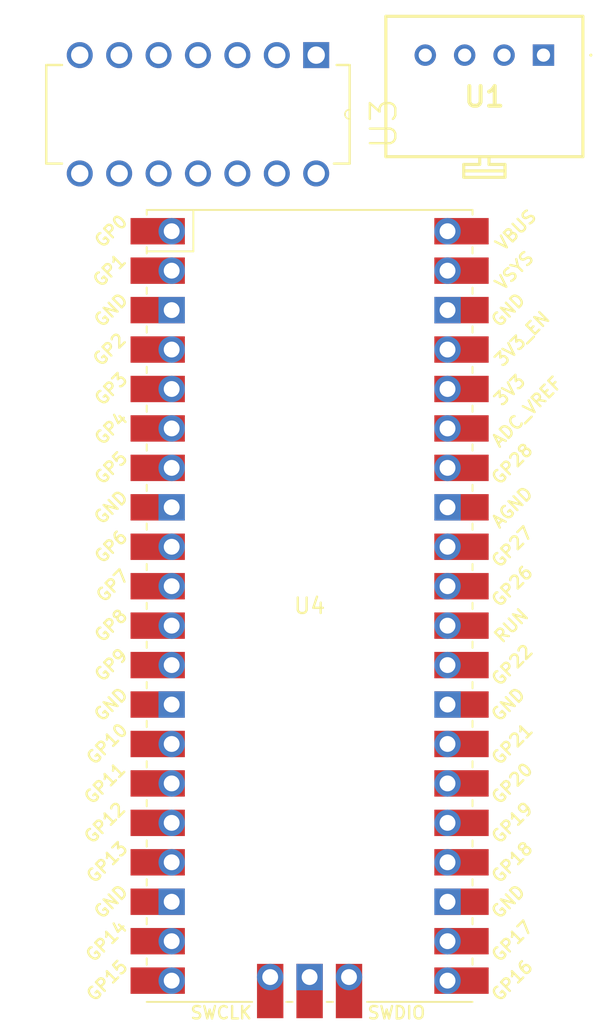
<source format=kicad_pcb>
(kicad_pcb (version 20240108) (generator "pcbnew") (generator_version "8.0")
  (layers (0 "F.Cu" signal) (31 "B.Cu" signal) (34 "B.Paste" user) (35 "F.Paste" user) (36 "B.SilkS" user "B.Silkscreen") (37 "F.SilkS" user "F.Silkscreen") (38 "B.Mask" user) (39 "F.Mask" user) (44 "Edge.Cuts" user))
  (net 0 "")
  (net 1 "/FS_OUPUT(-)")
  (net 2 "/FS_OUTPUT(+)")
  (net 3 "GND")
  (net 4 "/3V3_Chamber")
  (net 9 "Net-(U3-NEG1)")
  (net 11 "/ADC")
  (net 13 "/5V")
  (net 16 "Net-(U3-POS1)")
  (net 42 "/3V3")
  (footprint "LMC6484IN_NOPB:DIP254P762X508-14" (layer "F.Cu") (at 141.61 100.62 -90)
    (property "Reference" "U3" (at -3.20118 -19.58815 90) (layer "F.SilkS") (effects (font (size 1.640394 1.640394))))
    (property "Value" "LMC6484IN_NOPB")
    (fp_line (start -6.985 2.159) (end -0.635 2.159) (stroke (width 0.1524)) (layer "F.SilkS"))
    (fp_line (start -0.635 2.159) (end -0.635 1.143) (stroke (width 0.1524)) (layer "F.SilkS"))
    (fp_line (start -6.985 1.143) (end -6.985 2.159) (stroke (width 0.1524)) (layer "F.SilkS"))
    (fp_line (start -0.635 -16.383) (end -0.635 -17.399) (stroke (width 0.1524)) (layer "F.SilkS"))
    (fp_line (start -6.985 -17.399) (end -6.985 -16.5608) (stroke (width 0.1524)) (layer "F.SilkS"))
    (fp_line (start -4.1148 -17.399) (end -6.985 -17.399) (stroke (width 0.1524)) (layer "F.SilkS"))
    (fp_line (start -3.5052 -17.399) (end -4.1148 -17.399) (stroke (width 0.1524)) (layer "F.SilkS"))
    (fp_line (start -0.635 -17.399) (end -3.5052 -17.399) (stroke (width 0.1524)) (layer "F.SilkS"))
    (fp_arc (start -3.5052 -17.399) (mid -3.81 -17.0942) (end -4.1148 -17.399) (stroke (width 0.1)) (layer "F.SilkS"))
    (pad "1" thru_hole rect (at -7.62 -15.24 270) (size 1.6764 1.6764) (drill 1.1176) (layers "*.Cu" "*.Mask") (net 11 "/ADC"))
    (pad "2" thru_hole circle (at -7.62 -12.7 270) (size 1.6764 1.6764) (drill 1.1176) (layers "*.Cu" "*.Mask") (net 9 "Net-(U3-NEG1)"))
    (pad "3" thru_hole circle (at -7.62 -10.16 270) (size 1.6764 1.6764) (drill 1.1176) (layers "*.Cu" "*.Mask") (net 16 "Net-(U3-POS1)"))
    (pad "4" thru_hole circle (at -7.62 -7.62 270) (size 1.6764 1.6764) (drill 1.1176) (layers "*.Cu" "*.Mask") (net 13 "/5V"))
    (pad "5" thru_hole circle (at -7.62 -5.08 270) (size 1.6764 1.6764) (drill 1.1176) (layers "*.Cu" "*.Mask"))
    (pad "6" thru_hole circle (at -7.62 -2.54 270) (size 1.6764 1.6764) (drill 1.1176) (layers "*.Cu" "*.Mask"))
    (pad "7" thru_hole circle (at -7.62 0 270) (size 1.6764 1.6764) (drill 1.1176) (layers "*.Cu" "*.Mask"))
    (pad "8" thru_hole circle (at 0 0 270) (size 1.6764 1.6764) (drill 1.1176) (layers "*.Cu" "*.Mask"))
    (pad "9" thru_hole circle (at 0 -2.54 270) (size 1.6764 1.6764) (drill 1.1176) (layers "*.Cu" "*.Mask"))
    (pad "10" thru_hole circle (at 0 -5.08 270) (size 1.6764 1.6764) (drill 1.1176) (layers "*.Cu" "*.Mask"))
    (pad "11" thru_hole circle (at 0 -7.62 270) (size 1.6764 1.6764) (drill 1.1176) (layers "*.Cu" "*.Mask") (net 3 "GND"))
    (pad "12" thru_hole circle (at 0 -10.16 270) (size 1.6764 1.6764) (drill 1.1176) (layers "*.Cu" "*.Mask"))
    (pad "13" thru_hole circle (at 0 -12.7 270) (size 1.6764 1.6764) (drill 1.1176) (layers "*.Cu" "*.Mask"))
    (pad "14" thru_hole circle (at 0 -15.24 270) (size 1.6764 1.6764) (drill 1.1176) (layers "*.Cu" "*.Mask"))
  )
  (footprint "MCU_RaspberryPi_and_Boards:RPi_Pico_SMD_TH" (layer "F.Cu") (at 156.425 128.47)
    (property "Reference" "U4" (at 0 0 0) (layer "F.SilkS"))
    (property "Value" "Pico")
    (fp_line (start -10.5 -25.5) (end -10.5 -25.2) (stroke (width 0.12)) (layer "F.SilkS"))
    (fp_line (start -10.5 -25.5) (end 10.5 -25.5) (stroke (width 0.12)) (layer "F.SilkS"))
    (fp_line (start -10.5 -23.1) (end -10.5 -22.7) (stroke (width 0.12)) (layer "F.SilkS"))
    (fp_line (start -10.5 -22.833) (end -7.493 -22.833) (stroke (width 0.12)) (layer "F.SilkS"))
    (fp_line (start -10.5 -20.5) (end -10.5 -20.1) (stroke (width 0.12)) (layer "F.SilkS"))
    (fp_line (start -10.5 -18) (end -10.5 -17.6) (stroke (width 0.12)) (layer "F.SilkS"))
    (fp_line (start -10.5 -15.4) (end -10.5 -15) (stroke (width 0.12)) (layer "F.SilkS"))
    (fp_line (start -10.5 -12.9) (end -10.5 -12.5) (stroke (width 0.12)) (layer "F.SilkS"))
    (fp_line (start -10.5 -10.4) (end -10.5 -10) (stroke (width 0.12)) (layer "F.SilkS"))
    (fp_line (start -10.5 -7.8) (end -10.5 -7.4) (stroke (width 0.12)) (layer "F.SilkS"))
    (fp_line (start -10.5 -5.3) (end -10.5 -4.9) (stroke (width 0.12)) (layer "F.SilkS"))
    (fp_line (start -10.5 -2.7) (end -10.5 -2.3) (stroke (width 0.12)) (layer "F.SilkS"))
    (fp_line (start -10.5 -0.2) (end -10.5 0.2) (stroke (width 0.12)) (layer "F.SilkS"))
    (fp_line (start -10.5 2.3) (end -10.5 2.7) (stroke (width 0.12)) (layer "F.SilkS"))
    (fp_line (start -10.5 4.9) (end -10.5 5.3) (stroke (width 0.12)) (layer "F.SilkS"))
    (fp_line (start -10.5 7.4) (end -10.5 7.8) (stroke (width 0.12)) (layer "F.SilkS"))
    (fp_line (start -10.5 10) (end -10.5 10.4) (stroke (width 0.12)) (layer "F.SilkS"))
    (fp_line (start -10.5 12.5) (end -10.5 12.9) (stroke (width 0.12)) (layer "F.SilkS"))
    (fp_line (start -10.5 15.1) (end -10.5 15.5) (stroke (width 0.12)) (layer "F.SilkS"))
    (fp_line (start -10.5 17.6) (end -10.5 18) (stroke (width 0.12)) (layer "F.SilkS"))
    (fp_line (start -10.5 20.1) (end -10.5 20.5) (stroke (width 0.12)) (layer "F.SilkS"))
    (fp_line (start -10.5 22.7) (end -10.5 23.1) (stroke (width 0.12)) (layer "F.SilkS"))
    (fp_line (start -7.493 -22.833) (end -7.493 -25.5) (stroke (width 0.12)) (layer "F.SilkS"))
    (fp_line (start -3.7 25.5) (end -10.5 25.5) (stroke (width 0.12)) (layer "F.SilkS"))
    (fp_line (start -1.5 25.5) (end -1.1 25.5) (stroke (width 0.12)) (layer "F.SilkS"))
    (fp_line (start 1.1 25.5) (end 1.5 25.5) (stroke (width 0.12)) (layer "F.SilkS"))
    (fp_line (start 10.5 -25.5) (end 10.5 -25.2) (stroke (width 0.12)) (layer "F.SilkS"))
    (fp_line (start 10.5 -23.1) (end 10.5 -22.7) (stroke (width 0.12)) (layer "F.SilkS"))
    (fp_line (start 10.5 -20.5) (end 10.5 -20.1) (stroke (width 0.12)) (layer "F.SilkS"))
    (fp_line (start 10.5 -18) (end 10.5 -17.6) (stroke (width 0.12)) (layer "F.SilkS"))
    (fp_line (start 10.5 -15.4) (end 10.5 -15) (stroke (width 0.12)) (layer "F.SilkS"))
    (fp_line (start 10.5 -12.9) (end 10.5 -12.5) (stroke (width 0.12)) (layer "F.SilkS"))
    (fp_line (start 10.5 -10.4) (end 10.5 -10) (stroke (width 0.12)) (layer "F.SilkS"))
    (fp_line (start 10.5 -7.8) (end 10.5 -7.4) (stroke (width 0.12)) (layer "F.SilkS"))
    (fp_line (start 10.5 -5.3) (end 10.5 -4.9) (stroke (width 0.12)) (layer "F.SilkS"))
    (fp_line (start 10.5 -2.7) (end 10.5 -2.3) (stroke (width 0.12)) (layer "F.SilkS"))
    (fp_line (start 10.5 -0.2) (end 10.5 0.2) (stroke (width 0.12)) (layer "F.SilkS"))
    (fp_line (start 10.5 2.3) (end 10.5 2.7) (stroke (width 0.12)) (layer "F.SilkS"))
    (fp_line (start 10.5 4.9) (end 10.5 5.3) (stroke (width 0.12)) (layer "F.SilkS"))
    (fp_line (start 10.5 7.4) (end 10.5 7.8) (stroke (width 0.12)) (layer "F.SilkS"))
    (fp_line (start 10.5 10) (end 10.5 10.4) (stroke (width 0.12)) (layer "F.SilkS"))
    (fp_line (start 10.5 12.5) (end 10.5 12.9) (stroke (width 0.12)) (layer "F.SilkS"))
    (fp_line (start 10.5 15.1) (end 10.5 15.5) (stroke (width 0.12)) (layer "F.SilkS"))
    (fp_line (start 10.5 17.6) (end 10.5 18) (stroke (width 0.12)) (layer "F.SilkS"))
    (fp_line (start 10.5 20.1) (end 10.5 20.5) (stroke (width 0.12)) (layer "F.SilkS"))
    (fp_line (start 10.5 22.7) (end 10.5 23.1) (stroke (width 0.12)) (layer "F.SilkS"))
    (fp_line (start 10.5 25.5) (end 3.7 25.5) (stroke (width 0.12)) (layer "F.SilkS"))
    (fp_text user "GP3" (at -12.8 -13.97 45) (layer "F.SilkS") (effects (font (size 0.8 0.8))))
    (fp_text user "GP11" (at -13.2 11.43 45) (layer "F.SilkS") (effects (font (size 0.8 0.8))))
    (fp_text user "GP0" (at -12.8 -24.13 45) (layer "F.SilkS") (effects (font (size 0.8 0.8))))
    (fp_text user "GND" (at 12.8 6.35 45) (layer "F.SilkS") (effects (font (size 0.8 0.8))))
    (fp_text user "GP21" (at 13.054 8.9 45) (layer "F.SilkS") (effects (font (size 0.8 0.8))))
    (fp_text user "GND" (at -12.8 6.35 45) (layer "F.SilkS") (effects (font (size 0.8 0.8))))
    (fp_text user "VSYS" (at 13.2 -21.59 45) (layer "F.SilkS") (effects (font (size 0.8 0.8))))
    (fp_text user "3V3" (at 12.9 -13.9 45) (layer "F.SilkS") (effects (font (size 0.8 0.8))))
    (fp_text user "GP26" (at 13.054 -1.27 45) (layer "F.SilkS") (effects (font (size 0.8 0.8))))
    (fp_text user "GP19" (at 13.054 13.97 45) (layer "F.SilkS") (effects (font (size 0.8 0.8))))
    (fp_text user "GP18" (at 13.054 16.51 45) (layer "F.SilkS") (effects (font (size 0.8 0.8))))
    (fp_text user "GP16" (at 13.054 24.13 45) (layer "F.SilkS") (effects (font (size 0.8 0.8))))
    (fp_text user "GP1" (at -12.9 -21.6 45) (layer "F.SilkS") (effects (font (size 0.8 0.8))))
    (fp_text user "GP6" (at -12.8 -3.81 45) (layer "F.SilkS") (effects (font (size 0.8 0.8))))
    (fp_text user "GP12" (at -13.2 13.97 45) (layer "F.SilkS") (effects (font (size 0.8 0.8))))
    (fp_text user "GND" (at 12.8 19.05 45) (layer "F.SilkS") (effects (font (size 0.8 0.8))))
    (fp_text user "GP2" (at -12.9 -16.51 45) (layer "F.SilkS") (effects (font (size 0.8 0.8))))
    (fp_text user "GP22" (at 13.054 3.81 45) (layer "F.SilkS") (effects (font (size 0.8 0.8))))
    (fp_text user "SWDIO" (at 5.6 26.2 0) (layer "F.SilkS") (effects (font (size 0.8 0.8))))
    (fp_text user "VBUS" (at 13.3 -24.2 45) (layer "F.SilkS") (effects (font (size 0.8 0.8))))
    (fp_text user "RUN" (at 13 1.27 45) (layer "F.SilkS") (effects (font (size 0.8 0.8))))
    (fp_text user "ADC_VREF" (at 14 -12.5 45) (layer "F.SilkS") (effects (font (size 0.8 0.8))))
    (fp_text user "GP7" (at -12.7 -1.3 45) (layer "F.SilkS") (effects (font (size 0.8 0.8))))
    (fp_text user "GP13" (at -13.054 16.51 45) (layer "F.SilkS") (effects (font (size 0.8 0.8))))
    (fp_text user "GP5" (at -12.8 -8.89 45) (layer "F.SilkS") (effects (font (size 0.8 0.8))))
    (fp_text user "GND" (at -12.8 -19.05 45) (layer "F.SilkS") (effects (font (size 0.8 0.8))))
    (fp_text user "GP10" (at -13.054 8.89 45) (layer "F.SilkS") (effects (font (size 0.8 0.8))))
    (fp_text user "GP8" (at -12.8 1.27 45) (layer "F.SilkS") (effects (font (size 0.8 0.8))))
    (fp_text user "GP17" (at 13.054 21.59 45) (layer "F.SilkS") (effects (font (size 0.8 0.8))))
    (fp_text user "GP9" (at -12.8 3.81 45) (layer "F.SilkS") (effects (font (size 0.8 0.8))))
    (fp_text user "GND" (at -12.8 -6.35 45) (layer "F.SilkS") (effects (font (size 0.8 0.8))))
    (fp_text user "GND" (at 12.8 -19.05 45) (layer "F.SilkS") (effects (font (size 0.8 0.8))))
    (fp_text user "GP14" (at -13.1 21.59 45) (layer "F.SilkS") (effects (font (size 0.8 0.8))))
    (fp_text user "GP27" (at 13.054 -3.8 45) (layer "F.SilkS") (effects (font (size 0.8 0.8))))
    (fp_text user "GP20" (at 13.054 11.43 45) (layer "F.SilkS") (effects (font (size 0.8 0.8))))
    (fp_text user "GP15" (at -13.054 24.13 45) (layer "F.SilkS") (effects (font (size 0.8 0.8))))
    (fp_text user "SWCLK" (at -5.7 26.2 0) (layer "F.SilkS") (effects (font (size 0.8 0.8))))
    (fp_text user "GP28" (at 13.054 -9.144 45) (layer "F.SilkS") (effects (font (size 0.8 0.8))))
    (fp_text user "3V3_EN" (at 13.7 -17.2 45) (layer "F.SilkS") (effects (font (size 0.8 0.8))))
    (fp_text user "AGND" (at 13.054 -6.35 45) (layer "F.SilkS") (effects (font (size 0.8 0.8))))
    (fp_text user "GP4" (at -12.8 -11.43 45) (layer "F.SilkS") (effects (font (size 0.8 0.8))))
    (fp_text user "GND" (at -12.8 19.05 45) (layer "F.SilkS") (effects (font (size 0.8 0.8))))
    (pad "" np_thru_hole oval (at -2.725 -24) (size 1.8 1.8) (drill 1.8) (layers "*.Cu" "*.Mask"))
    (pad "" np_thru_hole oval (at -2.425 -20.97) (size 1.5 1.5) (drill 1.5) (layers "*.Cu" "*.Mask"))
    (pad "" np_thru_hole oval (at 2.425 -20.97) (size 1.5 1.5) (drill 1.5) (layers "*.Cu" "*.Mask"))
    (pad "" np_thru_hole oval (at 2.725 -24) (size 1.8 1.8) (drill 1.8) (layers "*.Cu" "*.Mask"))
    (pad "1" thru_hole oval (at -8.89 -24.13) (size 1.7 1.7) (drill 1.02) (layers "*.Cu" "*.Mask"))
    (pad "1" smd rect (at -8.89 -24.13) (size 3.5 1.7) (drill (offset -0.9 0)) (layers "F.Cu" "F.Mask"))
    (pad "2" thru_hole oval (at -8.89 -21.59) (size 1.7 1.7) (drill 1.02) (layers "*.Cu" "*.Mask"))
    (pad "2" smd rect (at -8.89 -21.59) (size 3.5 1.7) (drill (offset -0.9 0)) (layers "F.Cu" "F.Mask"))
    (pad "3" thru_hole rect (at -8.89 -19.05) (size 1.7 1.7) (drill 1.02) (layers "*.Cu" "*.Mask"))
    (pad "3" smd rect (at -8.89 -19.05) (size 3.5 1.7) (drill (offset -0.9 0)) (layers "F.Cu" "F.Mask"))
    (pad "4" thru_hole oval (at -8.89 -16.51) (size 1.7 1.7) (drill 1.02) (layers "*.Cu" "*.Mask"))
    (pad "4" smd rect (at -8.89 -16.51) (size 3.5 1.7) (drill (offset -0.9 0)) (layers "F.Cu" "F.Mask"))
    (pad "5" thru_hole oval (at -8.89 -13.97) (size 1.7 1.7) (drill 1.02) (layers "*.Cu" "*.Mask"))
    (pad "5" smd rect (at -8.89 -13.97) (size 3.5 1.7) (drill (offset -0.9 0)) (layers "F.Cu" "F.Mask"))
    (pad "6" thru_hole oval (at -8.89 -11.43) (size 1.7 1.7) (drill 1.02) (layers "*.Cu" "*.Mask"))
    (pad "6" smd rect (at -8.89 -11.43) (size 3.5 1.7) (drill (offset -0.9 0)) (layers "F.Cu" "F.Mask"))
    (pad "7" thru_hole oval (at -8.89 -8.89) (size 1.7 1.7) (drill 1.02) (layers "*.Cu" "*.Mask"))
    (pad "7" smd rect (at -8.89 -8.89) (size 3.5 1.7) (drill (offset -0.9 0)) (layers "F.Cu" "F.Mask"))
    (pad "8" thru_hole rect (at -8.89 -6.35) (size 1.7 1.7) (drill 1.02) (layers "*.Cu" "*.Mask"))
    (pad "8" smd rect (at -8.89 -6.35) (size 3.5 1.7) (drill (offset -0.9 0)) (layers "F.Cu" "F.Mask"))
    (pad "9" thru_hole oval (at -8.89 -3.81) (size 1.7 1.7) (drill 1.02) (layers "*.Cu" "*.Mask"))
    (pad "9" smd rect (at -8.89 -3.81) (size 3.5 1.7) (drill (offset -0.9 0)) (layers "F.Cu" "F.Mask"))
    (pad "10" thru_hole oval (at -8.89 -1.27) (size 1.7 1.7) (drill 1.02) (layers "*.Cu" "*.Mask"))
    (pad "10" smd rect (at -8.89 -1.27) (size 3.5 1.7) (drill (offset -0.9 0)) (layers "F.Cu" "F.Mask"))
    (pad "11" thru_hole oval (at -8.89 1.27) (size 1.7 1.7) (drill 1.02) (layers "*.Cu" "*.Mask"))
    (pad "11" smd rect (at -8.89 1.27) (size 3.5 1.7) (drill (offset -0.9 0)) (layers "F.Cu" "F.Mask"))
    (pad "12" thru_hole oval (at -8.89 3.81) (size 1.7 1.7) (drill 1.02) (layers "*.Cu" "*.Mask"))
    (pad "12" smd rect (at -8.89 3.81) (size 3.5 1.7) (drill (offset -0.9 0)) (layers "F.Cu" "F.Mask"))
    (pad "13" thru_hole rect (at -8.89 6.35) (size 1.7 1.7) (drill 1.02) (layers "*.Cu" "*.Mask"))
    (pad "13" smd rect (at -8.89 6.35) (size 3.5 1.7) (drill (offset -0.9 0)) (layers "F.Cu" "F.Mask"))
    (pad "14" thru_hole oval (at -8.89 8.89) (size 1.7 1.7) (drill 1.02) (layers "*.Cu" "*.Mask"))
    (pad "14" smd rect (at -8.89 8.89) (size 3.5 1.7) (drill (offset -0.9 0)) (layers "F.Cu" "F.Mask"))
    (pad "15" thru_hole oval (at -8.89 11.43) (size 1.7 1.7) (drill 1.02) (layers "*.Cu" "*.Mask"))
    (pad "15" smd rect (at -8.89 11.43) (size 3.5 1.7) (drill (offset -0.9 0)) (layers "F.Cu" "F.Mask"))
    (pad "16" thru_hole oval (at -8.89 13.97) (size 1.7 1.7) (drill 1.02) (layers "*.Cu" "*.Mask"))
    (pad "16" smd rect (at -8.89 13.97) (size 3.5 1.7) (drill (offset -0.9 0)) (layers "F.Cu" "F.Mask"))
    (pad "17" thru_hole oval (at -8.89 16.51) (size 1.7 1.7) (drill 1.02) (layers "*.Cu" "*.Mask"))
    (pad "17" smd rect (at -8.89 16.51) (size 3.5 1.7) (drill (offset -0.9 0)) (layers "F.Cu" "F.Mask"))
    (pad "18" thru_hole rect (at -8.89 19.05) (size 1.7 1.7) (drill 1.02) (layers "*.Cu" "*.Mask"))
    (pad "18" smd rect (at -8.89 19.05) (size 3.5 1.7) (drill (offset -0.9 0)) (layers "F.Cu" "F.Mask"))
    (pad "19" thru_hole oval (at -8.89 21.59) (size 1.7 1.7) (drill 1.02) (layers "*.Cu" "*.Mask"))
    (pad "19" smd rect (at -8.89 21.59) (size 3.5 1.7) (drill (offset -0.9 0)) (layers "F.Cu" "F.Mask"))
    (pad "20" thru_hole oval (at -8.89 24.13) (size 1.7 1.7) (drill 1.02) (layers "*.Cu" "*.Mask"))
    (pad "20" smd rect (at -8.89 24.13) (size 3.5 1.7) (drill (offset -0.9 0)) (layers "F.Cu" "F.Mask"))
    (pad "21" thru_hole oval (at 8.89 24.13) (size 1.7 1.7) (drill 1.02) (layers "*.Cu" "*.Mask"))
    (pad "21" smd rect (at 8.89 24.13) (size 3.5 1.7) (drill (offset 0.9 0)) (layers "F.Cu" "F.Mask"))
    (pad "22" thru_hole oval (at 8.89 21.59) (size 1.7 1.7) (drill 1.02) (layers "*.Cu" "*.Mask"))
    (pad "22" smd rect (at 8.89 21.59) (size 3.5 1.7) (drill (offset 0.9 0)) (layers "F.Cu" "F.Mask"))
    (pad "23" thru_hole rect (at 8.89 19.05) (size 1.7 1.7) (drill 1.02) (layers "*.Cu" "*.Mask"))
    (pad "23" smd rect (at 8.89 19.05) (size 3.5 1.7) (drill (offset 0.9 0)) (layers "F.Cu" "F.Mask"))
    (pad "24" thru_hole oval (at 8.89 16.51) (size 1.7 1.7) (drill 1.02) (layers "*.Cu" "*.Mask"))
    (pad "24" smd rect (at 8.89 16.51) (size 3.5 1.7) (drill (offset 0.9 0)) (layers "F.Cu" "F.Mask"))
    (pad "25" thru_hole oval (at 8.89 13.97) (size 1.7 1.7) (drill 1.02) (layers "*.Cu" "*.Mask"))
    (pad "25" smd rect (at 8.89 13.97) (size 3.5 1.7) (drill (offset 0.9 0)) (layers "F.Cu" "F.Mask"))
    (pad "26" thru_hole oval (at 8.89 11.43) (size 1.7 1.7) (drill 1.02) (layers "*.Cu" "*.Mask"))
    (pad "26" smd rect (at 8.89 11.43) (size 3.5 1.7) (drill (offset 0.9 0)) (layers "F.Cu" "F.Mask"))
    (pad "27" thru_hole oval (at 8.89 8.89) (size 1.7 1.7) (drill 1.02) (layers "*.Cu" "*.Mask"))
    (pad "27" smd rect (at 8.89 8.89) (size 3.5 1.7) (drill (offset 0.9 0)) (layers "F.Cu" "F.Mask"))
    (pad "28" thru_hole rect (at 8.89 6.35) (size 1.7 1.7) (drill 1.02) (layers "*.Cu" "*.Mask"))
    (pad "28" smd rect (at 8.89 6.35) (size 3.5 1.7) (drill (offset 0.9 0)) (layers "F.Cu" "F.Mask"))
    (pad "29" thru_hole oval (at 8.89 3.81) (size 1.7 1.7) (drill 1.02) (layers "*.Cu" "*.Mask"))
    (pad "29" smd rect (at 8.89 3.81) (size 3.5 1.7) (drill (offset 0.9 0)) (layers "F.Cu" "F.Mask"))
    (pad "30" thru_hole oval (at 8.89 1.27) (size 1.7 1.7) (drill 1.02) (layers "*.Cu" "*.Mask"))
    (pad "30" smd rect (at 8.89 1.27) (size 3.5 1.7) (drill (offset 0.9 0)) (layers "F.Cu" "F.Mask"))
    (pad "31" thru_hole oval (at 8.89 -1.27) (size 1.7 1.7) (drill 1.02) (layers "*.Cu" "*.Mask") (net 11 "/ADC"))
    (pad "31" smd rect (at 8.89 -1.27) (size 3.5 1.7) (drill (offset 0.9 0)) (layers "F.Cu" "F.Mask") (net 11 "/ADC"))
    (pad "32" thru_hole oval (at 8.89 -3.81) (size 1.7 1.7) (drill 1.02) (layers "*.Cu" "*.Mask"))
    (pad "32" smd rect (at 8.89 -3.81) (size 3.5 1.7) (drill (offset 0.9 0)) (layers "F.Cu" "F.Mask"))
    (pad "33" thru_hole rect (at 8.89 -6.35) (size 1.7 1.7) (drill 1.02) (layers "*.Cu" "*.Mask"))
    (pad "33" smd rect (at 8.89 -6.35) (size 3.5 1.7) (drill (offset 0.9 0)) (layers "F.Cu" "F.Mask"))
    (pad "34" thru_hole oval (at 8.89 -8.89) (size 1.7 1.7) (drill 1.02) (layers "*.Cu" "*.Mask"))
    (pad "34" smd rect (at 8.89 -8.89) (size 3.5 1.7) (drill (offset 0.9 0)) (layers "F.Cu" "F.Mask"))
    (pad "35" thru_hole oval (at 8.89 -11.43) (size 1.7 1.7) (drill 1.02) (layers "*.Cu" "*.Mask"))
    (pad "35" smd rect (at 8.89 -11.43) (size 3.5 1.7) (drill (offset 0.9 0)) (layers "F.Cu" "F.Mask"))
    (pad "36" thru_hole oval (at 8.89 -13.97) (size 1.7 1.7) (drill 1.02) (layers "*.Cu" "*.Mask") (net 4 "/3V3_Chamber"))
    (pad "36" smd rect (at 8.89 -13.97) (size 3.5 1.7) (drill (offset 0.9 0)) (layers "F.Cu" "F.Mask") (net 4 "/3V3_Chamber"))
    (pad "37" thru_hole oval (at 8.89 -16.51) (size 1.7 1.7) (drill 1.02) (layers "*.Cu" "*.Mask"))
    (pad "37" smd rect (at 8.89 -16.51) (size 3.5 1.7) (drill (offset 0.9 0)) (layers "F.Cu" "F.Mask"))
    (pad "38" thru_hole rect (at 8.89 -19.05) (size 1.7 1.7) (drill 1.02) (layers "*.Cu" "*.Mask") (net 3 "GND"))
    (pad "38" smd rect (at 8.89 -19.05) (size 3.5 1.7) (drill (offset 0.9 0)) (layers "F.Cu" "F.Mask") (net 3 "GND"))
    (pad "39" thru_hole oval (at 8.89 -21.59) (size 1.7 1.7) (drill 1.02) (layers "*.Cu" "*.Mask") (net 42 "/3V3"))
    (pad "39" smd rect (at 8.89 -21.59) (size 3.5 1.7) (drill (offset 0.9 0)) (layers "F.Cu" "F.Mask") (net 42 "/3V3"))
    (pad "40" thru_hole oval (at 8.89 -24.13) (size 1.7 1.7) (drill 1.02) (layers "*.Cu" "*.Mask"))
    (pad "40" smd rect (at 8.89 -24.13) (size 3.5 1.7) (drill (offset 0.9 0)) (layers "F.Cu" "F.Mask"))
    (pad "41" thru_hole oval (at -2.54 23.9) (size 1.7 1.7) (drill 1.02) (layers "*.Cu" "*.Mask"))
    (pad "41" smd rect (at -2.54 23.9 90) (size 3.5 1.7) (drill (offset -0.9 0)) (layers "F.Cu" "F.Mask"))
    (pad "42" thru_hole rect (at 0 23.9) (size 1.7 1.7) (drill 1.02) (layers "*.Cu" "*.Mask"))
    (pad "42" smd rect (at 0 23.9 90) (size 3.5 1.7) (drill (offset -0.9 0)) (layers "F.Cu" "F.Mask"))
    (pad "43" thru_hole oval (at 2.54 23.9) (size 1.7 1.7) (drill 1.02) (layers "*.Cu" "*.Mask"))
    (pad "43" smd rect (at 2.54 23.9 90) (size 3.5 1.7) (drill (offset -0.9 0)) (layers "F.Cu" "F.Mask"))
  )
  (footprint "FSG005WNPB:FSG005WNPB" (layer "F.Cu") (at 171.5 93)
    (property "Reference" "U1" (at -3.81 2.685 0) (layer "F.SilkS") (effects (font (size 1.27 1.27) (thickness 0.254))))
    (property "Value" "FSG005WNPB" (hide yes))
    (fp_line (start -10.16 -2.5) (end 2.54 -2.5) (stroke (width 0.2)) (layer "F.SilkS"))
    (fp_line (start -10.16 6.54) (end -10.16 -2.5) (stroke (width 0.2)) (layer "F.SilkS"))
    (fp_line (start -5.14 7.04) (end -5.14 7.87) (stroke (width 0.2)) (layer "F.SilkS"))
    (fp_line (start -5.14 7.87) (end -2.48 7.87) (stroke (width 0.2)) (layer "F.SilkS"))
    (fp_line (start -5.08 7.455) (end -2.48 7.455) (stroke (width 0.2)) (layer "F.SilkS"))
    (fp_line (start -4.11 6.54) (end -4.11 7.04) (stroke (width 0.2)) (layer "F.SilkS"))
    (fp_line (start -4.11 7.04) (end -5.14 7.04) (stroke (width 0.2)) (layer "F.SilkS"))
    (fp_line (start -3.51 7.04) (end -3.51 6.54) (stroke (width 0.2)) (layer "F.SilkS"))
    (fp_line (start -2.48 7.04) (end -3.51 7.04) (stroke (width 0.2)) (layer "F.SilkS"))
    (fp_line (start -2.48 7.87) (end -2.48 7.04) (stroke (width 0.2)) (layer "F.SilkS"))
    (fp_line (start 2.54 -2.5) (end 2.54 6.54) (stroke (width 0.2)) (layer "F.SilkS"))
    (fp_line (start 2.54 6.54) (end -10.16 6.54) (stroke (width 0.2)) (layer "F.SilkS"))
    (fp_line (start 3 0) (end 3 0) (stroke (width 0.1)) (layer "F.SilkS"))
    (fp_line (start 3.1 0) (end 3.1 0) (stroke (width 0.1)) (layer "F.SilkS"))
    (fp_arc (start 3 0) (mid 3.05 -0.05) (end 3.1 0) (stroke (width 0.1)) (layer "F.SilkS"))
    (fp_arc (start 3.1 0) (mid 3.05 0.05) (end 3 0) (stroke (width 0.1)) (layer "F.SilkS"))
    (pad "1" thru_hole rect (at 0 0) (size 1.381 1.381) (drill 0.85) (layers "*.Cu" "*.Mask") (net 4 "/3V3_Chamber"))
    (pad "2" thru_hole circle (at -2.54 0) (size 1.381 1.381) (drill 0.85) (layers "*.Cu" "*.Mask") (net 2 "/FS_OUTPUT(+)"))
    (pad "3" thru_hole circle (at -5.08 0) (size 1.381 1.381) (drill 0.85) (layers "*.Cu" "*.Mask") (net 3 "GND"))
    (pad "4" thru_hole circle (at -7.62 0) (size 1.381 1.381) (drill 0.85) (layers "*.Cu" "*.Mask") (net 1 "/FS_OUPUT(-)"))
  )
)
</source>
